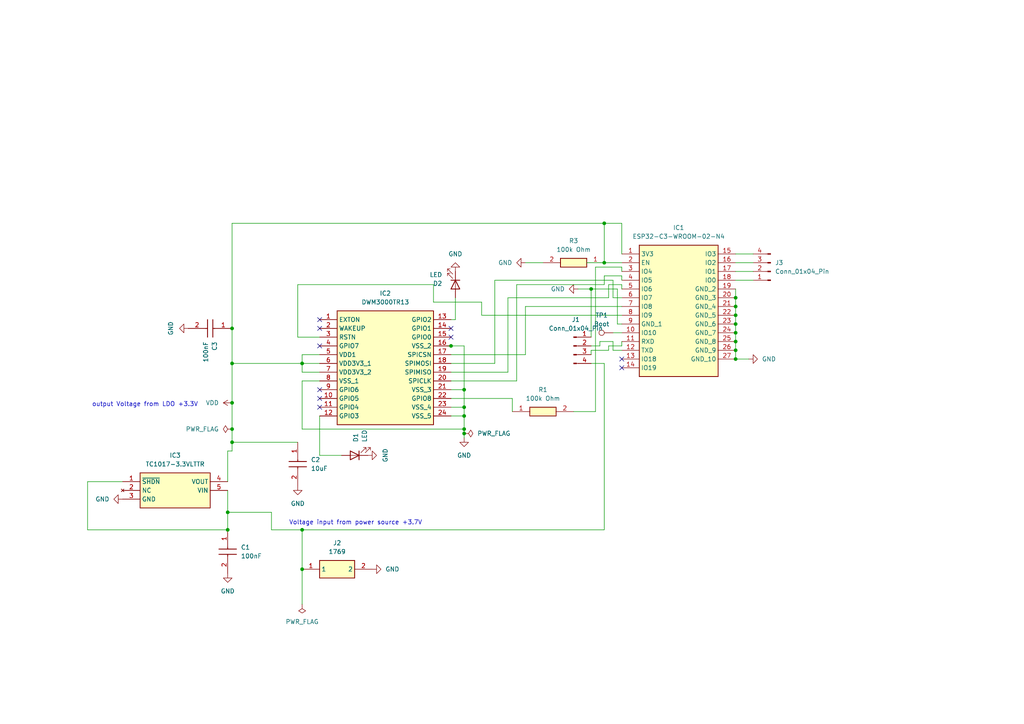
<source format=kicad_sch>
(kicad_sch (version 20230121) (generator eeschema)
  (paper "A4")
  (title_block (title "SDP 8 Schematic") (date "2024-11-7") (rev "v2") (company "UMASS ECE SDP") (comment 1 "Author: SDP TEAM 8"))
  (lib_symbols
    (symbol "1769:1769"
      (property "Reference" "J" (at 16.51 7.62 0))
      (property "Value" "1769" (at 16.51 5.08 0))
      (symbol "1769_1_1"
        (rectangle (start 5.08 2.54) (end 15.24 -2.54) (stroke (width 0.254)) (fill (type background)))
        (pin passive line (at 0 0 0) (length 5.08) (name "1") (number "1"))
        (pin passive line (at 20.32 0 180) (length 5.08) (name "2") (number "2"))
      )
    )
    (symbol "CRGP2010F100K:CRGP2010F100K" (pin_names hide)
      (property "Reference" "R" (at 13.97 6.35 0))
      (property "Value" "CRGP2010F100K" (at 13.97 3.81 0))
      (symbol "CRGP2010F100K_1_1"
        (rectangle (start 5.08 1.27) (end 12.7 -1.27) (stroke (width 0.254)) (fill (type background)))
        (pin passive line (at 0 0 0) (length 5.08) (name "1") (number "1"))
        (pin passive line (at 17.78 0 180) (length 5.08) (name "2") (number "2"))
      )
    )
    (symbol "Connector:Conn_01x04_Pin" (pin_names (offset 1.016) hide)
      (property "Reference" "J" (at 0 5.08 0))
      (property "Value" "Conn_01x04_Pin" (at 0 -7.62 0))
      (symbol "Conn_01x04_Pin_1_1"
        (polyline (pts (xy 1.27 -5.08) (xy 0.8636 -5.08)) (stroke (width 0.1524)))
        (polyline (pts (xy 1.27 -2.54) (xy 0.8636 -2.54)) (stroke (width 0.1524)))
        (polyline (pts (xy 1.27 0) (xy 0.8636 0)) (stroke (width 0.1524)))
        (polyline (pts (xy 1.27 2.54) (xy 0.8636 2.54)) (stroke (width 0.1524)))
        (rectangle (start 0.8636 -4.953) (end 0 -5.207) (stroke (width 0.1524)) (fill (type outline)))
        (rectangle (start 0.8636 -2.413) (end 0 -2.667) (stroke (width 0.1524)) (fill (type outline)))
        (rectangle (start 0.8636 0.127) (end 0 -0.127) (stroke (width 0.1524)) (fill (type outline)))
        (rectangle (start 0.8636 2.667) (end 0 2.413) (stroke (width 0.1524)) (fill (type outline)))
        (pin passive line (at 5.08 2.54 180) (length 3.81) (name "Pin_1") (number "1"))
        (pin passive line (at 5.08 0 180) (length 3.81) (name "Pin_2") (number "2"))
        (pin passive line (at 5.08 -2.54 180) (length 3.81) (name "Pin_3") (number "3"))
        (pin passive line (at 5.08 -5.08 180) (length 3.81) (name "Pin_4") (number "4"))
      )
    )
    (symbol "Connector:TestPoint" (pin_numbers hide) (pin_names (offset 0.762) hide)
      (property "Reference" "TP" (at 0 6.858 0))
      (property "Value" "TestPoint" (at 0 5.08 0))
      (symbol "TestPoint_0_1"
        (circle (center 0 3.302) (radius 0.762))
      )
      (symbol "TestPoint_1_1"
        (pin passive line (at 0 0 90) (length 2.54) (name "1") (number "1"))
      )
    )
    (symbol "DWM3000TR13:DWM3000TR13"
      (property "Reference" "IC" (at 34.29 7.62 0))
      (property "Value" "DWM3000TR13" (at 34.29 5.08 0))
      (symbol "DWM3000TR13_1_1"
        (rectangle (start 5.08 2.54) (end 33.02 -30.48) (stroke (width 0.254)) (fill (type background)))
        (pin passive line (at 0 0 0) (length 5.08) (name "EXTON") (number "1"))
        (pin passive line (at 0 -22.86 0) (length 5.08) (name "GPIO5") (number "10"))
        (pin passive line (at 0 -25.4 0) (length 5.08) (name "GPIO4") (number "11"))
        (pin passive line (at 0 -27.94 0) (length 5.08) (name "GPIO3") (number "12"))
        (pin passive line (at 38.1 0 180) (length 5.08) (name "GPIO2") (number "13"))
        (pin passive line (at 38.1 -2.54 180) (length 5.08) (name "GPIO1") (number "14"))
        (pin passive line (at 38.1 -5.08 180) (length 5.08) (name "GPIO0") (number "15"))
        (pin passive line (at 38.1 -7.62 180) (length 5.08) (name "VSS_2") (number "16"))
        (pin passive line (at 38.1 -10.16 180) (length 5.08) (name "SPICSN") (number "17"))
        (pin passive line (at 38.1 -12.7 180) (length 5.08) (name "SPIMOSI") (number "18"))
        (pin passive line (at 38.1 -15.24 180) (length 5.08) (name "SPIMISO") (number "19"))
        (pin passive line (at 0 -2.54 0) (length 5.08) (name "WAKEUP") (number "2"))
        (pin passive line (at 38.1 -17.78 180) (length 5.08) (name "SPICLK") (number "20"))
        (pin passive line (at 38.1 -20.32 180) (length 5.08) (name "VSS_3") (number "21"))
        (pin passive line (at 38.1 -22.86 180) (length 5.08) (name "GPIO8") (number "22"))
        (pin passive line (at 38.1 -25.4 180) (length 5.08) (name "VSS_4") (number "23"))
        (pin passive line (at 38.1 -27.94 180) (length 5.08) (name "VSS_5") (number "24"))
        (pin passive line (at 0 -5.08 0) (length 5.08) (name "RSTN") (number "3"))
        (pin passive line (at 0 -7.62 0) (length 5.08) (name "GPIO7") (number "4"))
        (pin passive line (at 0 -10.16 0) (length 5.08) (name "VDD1") (number "5"))
        (pin passive line (at 0 -12.7 0) (length 5.08) (name "VDD3V3_1") (number "6"))
        (pin passive line (at 0 -15.24 0) (length 5.08) (name "VDD3V3_2") (number "7"))
        (pin passive line (at 0 -17.78 0) (length 5.08) (name "VSS_1") (number "8"))
        (pin passive line (at 0 -20.32 0) (length 5.08) (name "GPIO6") (number "9"))
      )
    )
    (symbol "Device:LED" (pin_numbers hide) (pin_names (offset 1.016) hide)
      (property "Reference" "D" (at 0 2.54 0))
      (property "Value" "LED" (at 0 -2.54 0))
      (symbol "LED_0_1"
        (polyline (pts (xy -1.27 -1.27) (xy -1.27 1.27)) (stroke (width 0.254)))
        (polyline (pts (xy -1.27 0) (xy 1.27 0)))
        (polyline (pts (xy 1.27 -1.27) (xy 1.27 1.27) (xy -1.27 0) (xy 1.27 -1.27)) (stroke (width 0.254)))
        (polyline (pts (xy -3.048 -0.762) (xy -4.572 -2.286) (xy -3.81 -2.286) (xy -4.572 -2.286) (xy -4.572 -1.524)))
        (polyline (pts (xy -1.778 -0.762) (xy -3.302 -2.286) (xy -2.54 -2.286) (xy -3.302 -2.286) (xy -3.302 -1.524)))
      )
      (symbol "LED_1_1"
        (pin passive line (at -3.81 0 0) (length 2.54) (name "K") (number "1"))
        (pin passive line (at 3.81 0 180) (length 2.54) (name "A") (number "2"))
      )
    )
    (symbol "ESP32-C3-WROOM-02-N4:ESP32-C3-WROOM-02-N4"
      (property "Reference" "IC" (at 29.21 7.62 0))
      (property "Value" "ESP32-C3-WROOM-02-N4" (at 29.21 5.08 0))
      (symbol "ESP32-C3-WROOM-02-N4_1_1"
        (rectangle (start 5.08 2.54) (end 27.94 -35.56) (stroke (width 0.254)) (fill (type background)))
        (pin passive line (at 0 0 0) (length 5.08) (name "3V3") (number "1"))
        (pin passive line (at 0 -22.86 0) (length 5.08) (name "IO10") (number "10"))
        (pin passive line (at 0 -25.4 0) (length 5.08) (name "RXD") (number "11"))
        (pin passive line (at 0 -27.94 0) (length 5.08) (name "TXD") (number "12"))
        (pin passive line (at 0 -30.48 0) (length 5.08) (name "IO18") (number "13"))
        (pin passive line (at 0 -33.02 0) (length 5.08) (name "IO19") (number "14"))
        (pin passive line (at 33.02 0 180) (length 5.08) (name "IO3") (number "15"))
        (pin passive line (at 33.02 -2.54 180) (length 5.08) (name "IO2") (number "16"))
        (pin passive line (at 33.02 -5.08 180) (length 5.08) (name "IO1") (number "17"))
        (pin passive line (at 33.02 -7.62 180) (length 5.08) (name "IO0") (number "18"))
        (pin passive line (at 33.02 -10.16 180) (length 5.08) (name "GND_2") (number "19"))
        (pin passive line (at 0 -2.54 0) (length 5.08) (name "EN") (number "2"))
        (pin passive line (at 33.02 -12.7 180) (length 5.08) (name "GND_3") (number "20"))
        (pin passive line (at 33.02 -15.24 180) (length 5.08) (name "GND_4") (number "21"))
        (pin passive line (at 33.02 -17.78 180) (length 5.08) (name "GND_5") (number "22"))
        (pin passive line (at 33.02 -20.32 180) (length 5.08) (name "GND_6") (number "23"))
        (pin passive line (at 33.02 -22.86 180) (length 5.08) (name "GND_7") (number "24"))
        (pin passive line (at 33.02 -25.4 180) (length 5.08) (name "GND_8") (number "25"))
        (pin passive line (at 33.02 -27.94 180) (length 5.08) (name "GND_9") (number "26"))
        (pin passive line (at 33.02 -30.48 180) (length 5.08) (name "GND_10") (number "27"))
        (pin passive line (at 0 -5.08 0) (length 5.08) (name "IO4") (number "3"))
        (pin passive line (at 0 -7.62 0) (length 5.08) (name "IO5") (number "4"))
        (pin passive line (at 0 -10.16 0) (length 5.08) (name "IO6") (number "5"))
        (pin passive line (at 0 -12.7 0) (length 5.08) (name "IO7") (number "6"))
        (pin passive line (at 0 -15.24 0) (length 5.08) (name "IO8") (number "7"))
        (pin passive line (at 0 -17.78 0) (length 5.08) (name "IO9") (number "8"))
        (pin passive line (at 0 -20.32 0) (length 5.08) (name "GND_1") (number "9"))
      )
    )
    (symbol "GCM21BD70J106KE02L:GCM21BD70J106KE02L" (pin_names hide)
      (property "Reference" "C" (at 8.89 6.35 0))
      (property "Value" "GCM21BD70J106KE02L" (at 8.89 3.81 0))
      (symbol "GCM21BD70J106KE02L_1_1"
        (polyline (pts (xy 5.08 0) (xy 5.588 0)) (stroke (width 0.254)))
        (polyline (pts (xy 5.588 2.54) (xy 5.588 -2.54)) (stroke (width 0.254)))
        (polyline (pts (xy 7.112 0) (xy 7.62 0)) (stroke (width 0.254)))
        (polyline (pts (xy 7.112 2.54) (xy 7.112 -2.54)) (stroke (width 0.254)))
        (pin passive line (at 0 0 0) (length 5.08) (name "1") (number "1"))
        (pin passive line (at 12.7 0 180) (length 5.08) (name "2") (number "2"))
      )
    )
    (symbol "KAM21BR71H104JT:KAM21BR71H104JT" (pin_names hide)
      (property "Reference" "C" (at 8.89 6.35 0))
      (property "Value" "KAM21BR71H104JT" (at 8.89 3.81 0))
      (symbol "KAM21BR71H104JT_1_1"
        (polyline (pts (xy 5.08 0) (xy 5.588 0)) (stroke (width 0.254)))
        (polyline (pts (xy 5.588 2.54) (xy 5.588 -2.54)) (stroke (width 0.254)))
        (polyline (pts (xy 7.112 0) (xy 7.62 0)) (stroke (width 0.254)))
        (polyline (pts (xy 7.112 2.54) (xy 7.112 -2.54)) (stroke (width 0.254)))
        (pin passive line (at 0 0 0) (length 5.08) (name "1") (number "1"))
        (pin passive line (at 12.7 0 180) (length 5.08) (name "2") (number "2"))
      )
    )
    (symbol "TC1017-3_3VLTTR:TC1017-3.3VLTTR"
      (property "Reference" "IC" (at 26.67 7.62 0))
      (property "Value" "TC1017-3.3VLTTR" (at 26.67 5.08 0))
      (symbol "TC1017-3.3VLTTR_1_1"
        (rectangle (start 5.08 2.54) (end 25.4 -7.62) (stroke (width 0.254)) (fill (type background)))
        (pin passive line (at 0 0 0) (length 5.08) (name "~{SHDN}") (number "1"))
        (pin no_connect line (at 0 -2.54 0) (length 5.08) (name "NC") (number "2"))
        (pin passive line (at 0 -5.08 0) (length 5.08) (name "GND") (number "3"))
        (pin passive line (at 30.48 0 180) (length 5.08) (name "VOUT") (number "4"))
        (pin passive line (at 30.48 -2.54 180) (length 5.08) (name "VIN") (number "5"))
      )
    )
    (symbol "power:GND" (power) (pin_names (offset 0))
      (property "Value" "GND" (at 0 -3.81 0))
      (symbol "GND_0_1"
        (polyline (pts (xy 0 0) (xy 0 -1.27) (xy 1.27 -1.27) (xy 0 -2.54) (xy -1.27 -1.27) (xy 0 -1.27)))
      )
      (symbol "GND_1_1"
        (pin power_in line (at 0 0 270) (length 0) hide (name "GND") (number "1"))
      )
    )
    (symbol "power:PWR_FLAG" (power) (pin_numbers hide) (pin_names (offset 0) hide)
      (property "Value" "PWR_FLAG" (at 0 3.81 0))
      (symbol "PWR_FLAG_0_0"
        (pin power_out line (at 0 0 90) (length 0) (name "pwr") (number "1"))
      )
      (symbol "PWR_FLAG_0_1"
        (polyline (pts (xy 0 0) (xy 0 1.27) (xy -1.016 1.905) (xy 0 2.54) (xy 1.016 1.905) (xy 0 1.27)))
      )
    )
    (symbol "power:VDD" (power) (pin_names (offset 0))
      (property "Value" "VDD" (at 0 3.81 0))
      (symbol "VDD_0_1"
        (polyline (pts (xy -0.762 1.27) (xy 0 2.54)))
        (polyline (pts (xy 0 0) (xy 0 2.54)))
        (polyline (pts (xy 0 2.54) (xy 0.762 1.27)))
      )
      (symbol "VDD_1_1"
        (pin power_in line (at 0 0 90) (length 0) hide (name "VDD") (number "1"))
      )
    )
  )
  (junction (at 67.31 116.84))
  (junction (at 67.31 124.46))
  (junction (at 175.26 76.2))
  (junction (at 134.62 118.11))
  (junction (at 87.63 105.41))
  (junction (at 213.36 96.52))
  (junction (at 175.26 64.77))
  (junction (at 134.62 125.73))
  (junction (at 134.62 124.46))
  (junction (at 213.36 86.36))
  (junction (at 67.31 128.27))
  (junction (at 213.36 101.6))
  (junction (at 67.31 105.41))
  (junction (at 134.62 120.65))
  (junction (at 130.81 100.33))
  (junction (at 213.36 88.9))
  (junction (at 87.63 153.67))
  (junction (at 213.36 93.98))
  (junction (at 171.45 83.82))
  (junction (at 87.63 165.1))
  (junction (at 134.62 113.03))
  (junction (at 213.36 104.14))
  (junction (at 66.04 153.67))
  (junction (at 213.36 99.06))
  (junction (at 66.04 148.59))
  (junction (at 213.36 91.44))
  (junction (at 67.31 95.25))
  (no_connect (at 92.71 95.25))
  (no_connect (at 130.81 95.25))
  (no_connect (at 92.71 100.33))
  (no_connect (at 180.34 104.14))
  (no_connect (at 92.71 115.57))
  (no_connect (at 92.71 92.71))
  (no_connect (at 92.71 118.11))
  (no_connect (at 130.81 97.79))
  (no_connect (at 180.34 106.68))
  (no_connect (at 92.71 113.03))
  (wire (pts (xy 130.81 113.03) (xy 134.62 113.03)))
  (wire (pts (xy 167.64 83.82) (xy 171.45 83.82)))
  (wire (pts (xy 171.45 105.41) (xy 175.26 105.41)))
  (wire (pts (xy 87.63 165.1) (xy 87.63 153.67)))
  (wire (pts (xy 87.63 110.49) (xy 87.63 124.46)))
  (wire (pts (xy 125.73 82.55) (xy 86.36 82.55)))
  (wire (pts (xy 67.31 124.46) (xy 67.31 116.84)))
  (wire (pts (xy 25.4 153.67) (xy 66.04 153.67)))
  (wire (pts (xy 92.71 120.65) (xy 92.71 132.08)))
  (wire (pts (xy 175.26 80.01) (xy 180.34 80.01)))
  (wire (pts (xy 139.7 87.63) (xy 139.7 91.44)))
  (wire (pts (xy 166.37 119.38) (xy 172.72 119.38)))
  (wire (pts (xy 134.62 120.65) (xy 134.62 124.46)))
  (wire (pts (xy 180.34 77.47) (xy 180.34 78.74)))
  (wire (pts (xy 87.63 105.41) (xy 92.71 105.41)))
  (wire (pts (xy 152.4 88.9) (xy 180.34 88.9)))
  (wire (pts (xy 177.8 86.36) (xy 180.34 86.36)))
  (wire (pts (xy 66.04 148.59) (xy 66.04 142.24)))
  (wire (pts (xy 67.31 105.41) (xy 67.31 95.25)))
  (wire (pts (xy 25.4 139.7) (xy 25.4 153.67)))
  (wire (pts (xy 213.36 96.52) (xy 213.36 99.06)))
  (wire (pts (xy 66.04 139.7) (xy 66.04 130.81)))
  (wire (pts (xy 130.81 120.65) (xy 134.62 120.65)))
  (wire (pts (xy 176.53 82.55) (xy 180.34 82.55)))
  (wire (pts (xy 134.62 100.33) (xy 134.62 113.03)))
  (wire (pts (xy 134.62 125.73) (xy 134.62 127)))
  (wire (pts (xy 175.26 76.2) (xy 180.34 76.2)))
  (wire (pts (xy 177.8 101.6) (xy 180.34 101.6)))
  (wire (pts (xy 173.99 99.06) (xy 177.8 99.06)))
  (wire (pts (xy 92.71 132.08) (xy 99.06 132.08)))
  (wire (pts (xy 213.36 104.14) (xy 217.17 104.14)))
  (wire (pts (xy 134.62 118.11) (xy 134.62 120.65)))
  (wire (pts (xy 213.36 101.6) (xy 213.36 104.14)))
  (wire (pts (xy 148.59 115.57) (xy 148.59 119.38)))
  (wire (pts (xy 87.63 165.1) (xy 87.63 175.26)))
  (wire (pts (xy 176.53 101.6) (xy 176.53 100.33)))
  (wire (pts (xy 213.36 73.66) (xy 218.44 73.66)))
  (wire (pts (xy 175.26 64.77) (xy 175.26 76.2)))
  (wire (pts (xy 86.36 97.79) (xy 92.71 97.79)))
  (wire (pts (xy 177.8 99.06) (xy 177.8 101.6)))
  (wire (pts (xy 132.08 92.71) (xy 132.08 86.36)))
  (wire (pts (xy 177.8 96.52) (xy 180.34 96.52)))
  (wire (pts (xy 213.36 81.28) (xy 218.44 81.28)))
  (wire (pts (xy 213.36 93.98) (xy 213.36 96.52)))
  (wire (pts (xy 180.34 80.01) (xy 180.34 81.28)))
  (wire (pts (xy 171.45 83.82) (xy 171.45 97.79)))
  (wire (pts (xy 87.63 124.46) (xy 134.62 124.46)))
  (wire (pts (xy 67.31 128.27) (xy 86.36 128.27)))
  (wire (pts (xy 130.81 92.71) (xy 132.08 92.71)))
  (wire (pts (xy 175.26 153.67) (xy 87.63 153.67)))
  (wire (pts (xy 176.53 100.33) (xy 180.34 100.33)))
  (wire (pts (xy 87.63 153.67) (xy 78.74 153.67)))
  (wire (pts (xy 67.31 130.81) (xy 67.31 128.27)))
  (wire (pts (xy 92.71 102.87) (xy 87.63 102.87)))
  (wire (pts (xy 143.51 105.41) (xy 143.51 81.28)))
  (wire (pts (xy 149.86 82.55) (xy 149.86 110.49)))
  (wire (pts (xy 143.51 81.28) (xy 177.8 81.28)))
  (wire (pts (xy 130.81 102.87) (xy 152.4 102.87)))
  (wire (pts (xy 213.36 99.06) (xy 213.36 101.6)))
  (wire (pts (xy 175.26 76.2) (xy 170.18 76.2)))
  (wire (pts (xy 213.36 76.2) (xy 218.44 76.2)))
  (wire (pts (xy 130.81 118.11) (xy 134.62 118.11)))
  (wire (pts (xy 213.36 86.36) (xy 213.36 88.9)))
  (wire (pts (xy 213.36 91.44) (xy 213.36 93.98)))
  (wire (pts (xy 66.04 153.67) (xy 66.04 148.59)))
  (wire (pts (xy 175.26 105.41) (xy 175.26 153.67)))
  (wire (pts (xy 125.73 87.63) (xy 125.73 82.55)))
  (wire (pts (xy 87.63 110.49) (xy 92.71 110.49)))
  (wire (pts (xy 175.26 82.55) (xy 175.26 80.01)))
  (wire (pts (xy 176.53 86.36) (xy 176.53 82.55)))
  (wire (pts (xy 171.45 83.82) (xy 179.07 83.82)))
  (wire (pts (xy 175.26 64.77) (xy 180.34 64.77)))
  (wire (pts (xy 66.04 130.81) (xy 67.31 130.81)))
  (wire (pts (xy 67.31 116.84) (xy 67.31 105.41)))
  (wire (pts (xy 67.31 64.77) (xy 175.26 64.77)))
  (wire (pts (xy 172.72 77.47) (xy 180.34 77.47)))
  (wire (pts (xy 130.81 105.41) (xy 143.51 105.41)))
  (wire (pts (xy 152.4 76.2) (xy 157.48 76.2)))
  (wire (pts (xy 149.86 82.55) (xy 175.26 82.55)))
  (wire (pts (xy 179.07 93.98) (xy 180.34 93.98)))
  (wire (pts (xy 171.45 101.6) (xy 171.45 102.87)))
  (wire (pts (xy 86.36 82.55) (xy 86.36 97.79)))
  (wire (pts (xy 130.81 110.49) (xy 149.86 110.49)))
  (wire (pts (xy 213.36 78.74) (xy 218.44 78.74)))
  (wire (pts (xy 130.81 100.33) (xy 134.62 100.33)))
  (wire (pts (xy 147.32 86.36) (xy 176.53 86.36)))
  (wire (pts (xy 179.07 83.82) (xy 179.07 93.98)))
  (wire (pts (xy 180.34 82.55) (xy 180.34 83.82)))
  (wire (pts (xy 125.73 87.63) (xy 139.7 87.63)))
  (wire (pts (xy 134.62 124.46) (xy 134.62 125.73)))
  (wire (pts (xy 147.32 107.95) (xy 147.32 86.36)))
  (wire (pts (xy 92.71 107.95) (xy 87.63 107.95)))
  (wire (pts (xy 171.45 101.6) (xy 176.53 101.6)))
  (wire (pts (xy 87.63 107.95) (xy 87.63 105.41)))
  (wire (pts (xy 177.8 81.28) (xy 177.8 86.36)))
  (wire (pts (xy 180.34 64.77) (xy 180.34 73.66)))
  (wire (pts (xy 129.54 100.33) (xy 130.81 100.33)))
  (wire (pts (xy 67.31 105.41) (xy 87.63 105.41)))
  (wire (pts (xy 213.36 83.82) (xy 213.36 86.36)))
  (wire (pts (xy 87.63 102.87) (xy 87.63 105.41)))
  (wire (pts (xy 152.4 102.87) (xy 152.4 88.9)))
  (wire (pts (xy 172.72 77.47) (xy 172.72 119.38)))
  (wire (pts (xy 173.99 100.33) (xy 171.45 100.33)))
  (wire (pts (xy 67.31 128.27) (xy 67.31 124.46)))
  (wire (pts (xy 130.81 107.95) (xy 147.32 107.95)))
  (wire (pts (xy 67.31 95.25) (xy 67.31 64.77)))
  (wire (pts (xy 134.62 113.03) (xy 134.62 118.11)))
  (wire (pts (xy 130.81 115.57) (xy 148.59 115.57)))
  (wire (pts (xy 139.7 91.44) (xy 180.34 91.44)))
  (wire (pts (xy 180.34 99.06) (xy 180.34 100.33)))
  (wire (pts (xy 213.36 88.9) (xy 213.36 91.44)))
  (wire (pts (xy 173.99 99.06) (xy 173.99 100.33)))
  (wire (pts (xy 78.74 153.67) (xy 78.74 148.59)))
  (wire (pts (xy 66.04 148.59) (xy 78.74 148.59)))
  (wire (pts (xy 35.56 139.7) (xy 25.4 139.7)))
  (text "output Voltage from LDO +3.3V\n" (at 26.67 118.11 0) (effects (font (size 1.27 1.27)) (justify left bottom)))
  (text "Voltage input from power source +3.7V" (at 83.82 152.4 0) (effects (font (size 1.27 1.27)) (justify left bottom)))
  (symbol (lib_id "power:PWR_FLAG") (at 134.62 125.73 270) (unit 1)
    (property "Reference" "#FLG01" (effects hide))
    (property "Value" "PWR_FLAG" (at 138.43 125.73 90) (effects (justify left)))
  )
  (symbol (lib_id "GCM21BD70J106KE02L:GCM21BD70J106KE02L") (at 86.36 128.27 270) (unit 1)
    (property "Reference" "C2" (at 90.17 133.35 90) (effects (justify left)))
    (property "Value" "10uF" (at 90.17 135.89 90) (effects (justify left)))
    (property "Footprint" "10uF_footprint:CAPC2012X140N" (effects hide))
    (property "Datasheet" "https://search.murata.co.jp/Ceramy/image/img/A01X/G101/ENG/GCM21BD70J106KE02-02A.pdf" (effects hide))
    (property "Height" "1.4" (effects hide))
    (property "Mouser Part Number" "81-GCM21BD70J106KE2L" (effects hide))
    (property "Mouser Price/Stock" "https://www.mouser.co.uk/ProductDetail/Murata-Electronics/GCM21BD70J106KE02L?qs=ufv2HEpFn%252BQzwgDiqNzRPg%3D%3D" (effects hide))
    (property "Manufacturer_Name" "Murata Electronics" (effects hide))
    (property "Manufacturer_Part_Number" "GCM21BD70J106KE02L" (effects hide))
  )
  (symbol (lib_id "power:GND") (at 132.08 78.74 180) (unit 1)
    (property "Reference" "#PWR010" (effects hide))
    (property "Value" "GND" (at 132.08 73.66 0))
  )
  (symbol (lib_id "DWM3000TR13:DWM3000TR13") (at 92.71 92.71 0) (unit 1)
    (property "Reference" "IC2" (at 111.76 85.09 0))
    (property "Value" "DWM3000TR13" (at 111.76 87.63 0))
    (property "Footprint" "dwm3000_footprint:XCVR_DWM3000TR13" (effects hide))
    (property "Datasheet" "https://www.qorvo.com/products/d/da008334" (effects hide))
    (property "Height" "2.89" (effects hide))
    (property "Mouser Part Number" "772-DWM3000TR13" (effects hide))
    (property "Mouser Price/Stock" "https://www.mouser.co.uk/ProductDetail/Qorvo/DWM3000TR13?qs=hWgE7mdIu5QrWWDEt6OFQw%3D%3D" (effects hide))
    (property "Manufacturer_Name" "Qorvo" (effects hide))
    (property "Manufacturer_Part_Number" "DWM3000TR13" (effects hide))
  )
  (symbol (lib_id "CRGP2010F100K:CRGP2010F100K") (at 148.59 119.38 0) (unit 1)
    (property "Reference" "R1" (at 157.48 113.03 0))
    (property "Value" "100k Ohm" (at 157.48 115.57 0))
    (property "Footprint" "100kOhm_footprint:RESC5025X65N" (effects hide))
    (property "Datasheet" "https://www.te.com/commerce/DocumentDelivery/DDEController?Action=srchrtrv&DocNm=9-1773463-9&DocType=Data%20Sheet&DocLang=English&PartCntxt=4-2176330-9&DocFormat=pdf" (effects hide))
    (property "Height" "0.65" (effects hide))
    (property "Mouser Part Number" "279-CRGP2010F100K" (effects hide))
    (property "Mouser Price/Stock" "https://www.mouser.co.uk/ProductDetail/TE-Connectivity-Holsworthy/CRGP2010F100K?qs=wUXugUrL1qzUa6JhijegIg%3D%3D" (effects hide))
    (property "Manufacturer_Name" "TE Connectivity" (effects hide))
    (property "Manufacturer_Part_Number" "CRGP2010F100K" (effects hide))
  )
  (symbol (lib_id "power:PWR_FLAG") (at 87.63 175.26 180) (unit 1)
    (property "Reference" "#FLG04" (effects hide))
    (property "Value" "PWR_FLAG" (at 87.63 180.34 0))
  )
  (symbol (lib_id "power:GND") (at 106.68 132.08 90) (unit 1)
    (property "Reference" "#PWR02" (effects hide))
    (property "Value" "GND" (at 111.76 132.08 0))
  )
  (symbol (lib_id "power:GND") (at 134.62 127 0) (unit 1)
    (property "Reference" "#PWR014" (effects hide))
    (property "Value" "GND" (at 134.62 132.08 0))
  )
  (symbol (lib_id "power:VDD") (at 67.31 116.84 90) (unit 1)
    (property "Reference" "#PWR03" (effects hide))
    (property "Value" "VDD" (at 63.5 116.84 90) (effects (justify left)))
  )
  (symbol (lib_id "KAM21BR71H104JT:KAM21BR71H104JT") (at 67.31 95.25 180) (unit 1)
    (property "Reference" "C3" (at 62.23 99.06 90) (effects (justify left)))
    (property "Value" "100nF" (at 59.69 99.06 90) (effects (justify left)))
    (property "Footprint" "100nF_footprint:CAPC2012X94N" (effects hide))
    (property "Datasheet" "https://spicat.kyocera-avx.com/product/mlcc/chartview/KAM21BR71H104JT/DataSheet/X7R" (effects hide))
    (property "Height" "0.94" (effects hide))
    (property "Mouser Part Number" "581-KAM21BR71H104JT" (effects hide))
    (property "Mouser Price/Stock" "https://www.mouser.co.uk/ProductDetail/KYOCERA-AVX/KAM21BR71H104JT?qs=Jm2GQyTW%2Fbic6Zk4McEt6w%3D%3D" (effects hide))
    (property "Manufacturer_Name" "Kyocera AVX" (effects hide))
    (property "Manufacturer_Part_Number" "KAM21BR71H104JT" (effects hide))
  )
  (symbol (lib_id "KAM21BR71H104JT:KAM21BR71H104JT") (at 66.04 153.67 270) (unit 1)
    (property "Reference" "C1" (at 69.85 158.75 90) (effects (justify left)))
    (property "Value" "100nF" (at 69.85 161.29 90) (effects (justify left)))
    (property "Footprint" "100nF_footprint:CAPC2012X94N" (effects hide))
    (property "Datasheet" "https://spicat.kyocera-avx.com/product/mlcc/chartview/KAM21BR71H104JT/DataSheet/X7R" (effects hide))
    (property "Height" "0.94" (effects hide))
    (property "Mouser Part Number" "581-KAM21BR71H104JT" (effects hide))
    (property "Mouser Price/Stock" "https://www.mouser.co.uk/ProductDetail/KYOCERA-AVX/KAM21BR71H104JT?qs=Jm2GQyTW%2Fbic6Zk4McEt6w%3D%3D" (effects hide))
    (property "Manufacturer_Name" "Kyocera AVX" (effects hide))
    (property "Manufacturer_Part_Number" "KAM21BR71H104JT" (effects hide))
  )
  (symbol (lib_id "ESP32-C3-WROOM-02-N4:ESP32-C3-WROOM-02-N4") (at 180.34 73.66 0) (unit 1)
    (property "Reference" "IC1" (at 196.85 66.04 0))
    (property "Value" "ESP32-C3-WROOM-02-N4" (at 196.85 68.58 0))
    (property "Footprint" "esp_32_c3_footprint:ESP32C3WROOM02N4" (effects hide))
    (property "Datasheet" "https://www.mouser.ch/datasheet/2/891/Espressif_ESP32_C3_WROOM_02-2006871.pdf" (effects hide))
    (property "Height" "3.35" (effects hide))
    (property "Mouser Part Number" "356-ESP32C3WROOM02N4" (effects hide))
    (property "Mouser Price/Stock" "https://www.mouser.co.uk/ProductDetail/Espressif-Systems/ESP32-C3-WROOM-02-N4?qs=stqOd1AaK7%2FqjTZKEOgfUg%3D%3D" (effects hide))
    (property "Manufacturer_Name" "Espressif Systems" (effects hide))
    (property "Manufacturer_Part_Number" "ESP32-C3-WROOM-02-N4" (effects hide))
  )
  (symbol (lib_id "power:GND") (at 107.95 165.1 90) (unit 1)
    (property "Reference" "#PWR06" (effects hide))
    (property "Value" "GND" (at 111.76 165.1 90) (effects (justify right)))
  )
  (symbol (lib_id "1769:1769") (at 87.63 165.1 0) (unit 1)
    (property "Reference" "J2" (at 97.79 157.48 0))
    (property "Value" "1769" (at 97.79 160.02 0))
    (property "Footprint" "lipo_charger_footprint:1769" (effects hide))
    (property "Datasheet" "https://cdn-shop.adafruit.com/datasheets/17311.pdf" (effects hide))
    (property "Mouser Part Number" "485-1769" (effects hide))
    (property "Mouser Price/Stock" "https://www.mouser.co.uk/ProductDetail/Adafruit/1769?qs=GURawfaeGuBbgoGtf2XstA%3D%3D" (effects hide))
    (property "Manufacturer_Name" "Adafruit" (effects hide))
    (property "Manufacturer_Part_Number" "1769" (effects hide))
  )
  (symbol (lib_id "Connector:TestPoint") (at 177.8 96.52 90) (unit 1)
    (property "Reference" "TP1" (at 174.498 91.44 90))
    (property "Value" "Boot" (at 174.498 93.98 90))
    (property "Footprint" "Connector_PinSocket_2.54mm:PinSocket_1x01_P2.54mm_Vertical" (effects hide))
  )
  (symbol (lib_id "power:GND") (at 152.4 76.2 270) (unit 1)
    (property "Reference" "#PWR07" (effects hide))
    (property "Value" "GND" (at 148.59 76.2 90) (effects (justify right)))
  )
  (symbol (lib_id "power:GND") (at 86.36 140.97 0) (unit 1)
    (property "Reference" "#PWR05" (effects hide))
    (property "Value" "GND" (at 86.36 146.05 0))
  )
  (symbol (lib_id "Device:LED") (at 102.87 132.08 180) (unit 1)
    (property "Reference" "D1" (at 103.1875 128.27 90) (effects (justify right)))
    (property "Value" "LED" (at 105.7275 128.27 90) (effects (justify right)))
    (property "Footprint" "led_footprint:QED123A4R0" (effects hide))
  )
  (symbol (lib_id "power:GND") (at 66.04 166.37 0) (unit 1)
    (property "Reference" "#PWR04" (effects hide))
    (property "Value" "GND" (at 66.04 171.45 0))
  )
  (symbol (lib_id "power:GND") (at 217.17 104.14 90) (unit 1)
    (property "Reference" "#PWR08" (effects hide))
    (property "Value" "GND" (at 220.98 104.14 90) (effects (justify right)))
  )
  (symbol (lib_id "Device:LED") (at 132.08 82.55 270) (unit 1)
    (property "Reference" "D2" (at 128.27 82.2325 90) (effects (justify right)))
    (property "Value" "LED" (at 128.27 79.6925 90) (effects (justify right)))
    (property "Footprint" "led_footprint:QED123A4R0" (effects hide))
  )
  (symbol (lib_id "CRGP2010F100K:CRGP2010F100K") (at 175.26 76.2 180) (unit 1)
    (property "Reference" "R3" (at 166.37 69.85 0))
    (property "Value" "100k Ohm" (at 166.37 72.39 0))
    (property "Footprint" "100kOhm_footprint:RESC5025X65N" (effects hide))
    (property "Datasheet" "https://www.te.com/commerce/DocumentDelivery/DDEController?Action=srchrtrv&DocNm=9-1773463-9&DocType=Data%20Sheet&DocLang=English&PartCntxt=4-2176330-9&DocFormat=pdf" (effects hide))
    (property "Height" "0.65" (effects hide))
    (property "Mouser Part Number" "279-CRGP2010F100K" (effects hide))
    (property "Mouser Price/Stock" "https://www.mouser.co.uk/ProductDetail/TE-Connectivity-Holsworthy/CRGP2010F100K?qs=wUXugUrL1qzUa6JhijegIg%3D%3D" (effects hide))
    (property "Manufacturer_Name" "TE Connectivity" (effects hide))
    (property "Manufacturer_Part_Number" "CRGP2010F100K" (effects hide))
  )
  (symbol (lib_id "power:GND") (at 54.61 95.25 270) (unit 1)
    (property "Reference" "#PWR01" (effects hide))
    (property "Value" "GND" (at 49.53 95.25 0))
  )
  (symbol (lib_id "power:GND") (at 167.64 83.82 270) (unit 1)
    (property "Reference" "#PWR09" (effects hide))
    (property "Value" "GND" (at 163.83 83.82 90) (effects (justify right)))
  )
  (symbol (lib_id "Connector:Conn_01x04_Pin") (at 166.37 100.33 0) (unit 1)
    (property "Reference" "J1" (at 167.005 92.71 0))
    (property "Value" "Conn_01x04_Pin" (at 167.005 95.25 0))
    (property "Footprint" "Connector_PinSocket_2.54mm:PinSocket_1x04_P2.54mm_Vertical" (effects hide))
  )
  (symbol (lib_id "TC1017-3_3VLTTR:TC1017-3.3VLTTR") (at 35.56 139.7 0) (unit 1)
    (property "Reference" "IC3" (at 50.8 132.08 0))
    (property "Value" "TC1017-3.3VLTTR" (at 50.8 134.62 0))
    (property "Footprint" "footprint:SOT65P210X110-5N" (effects hide))
    (property "Datasheet" "https://componentsearchengine.com/Datasheets/2/TC1017-3.3VLTTR.pdf" (effects hide))
    (property "Height" "1.1" (effects hide))
    (property "Mouser Part Number" "579-TC1017-3.3VLTTR" (effects hide))
    (property "Mouser Price/Stock" "https://www.mouser.co.uk/ProductDetail/Microchip-Technology/TC1017-3.3VLTTR?qs=rh436G1KrYwDLpcrwwJPXg%3D%3D" (effects hide))
    (property "Manufacturer_Name" "Microchip" (effects hide))
    (property "Manufacturer_Part_Number" "TC1017-3.3VLTTR" (effects hide))
  )
  (symbol (lib_id "power:GND") (at 35.56 144.78 270) (unit 1)
    (property "Reference" "#PWR013" (effects hide))
    (property "Value" "GND" (at 31.75 144.78 90) (effects (justify right)))
  )
  (symbol (lib_id "power:PWR_FLAG") (at 67.31 124.46 90) (unit 1)
    (property "Reference" "#FLG02" (effects hide))
    (property "Value" "PWR_FLAG" (at 63.5 124.46 90) (effects (justify left)))
  )
  (symbol (lib_id "Connector:Conn_01x04_Pin") (at 223.52 78.74 180) (unit 1)
    (property "Reference" "J3" (at 224.79 76.2 0) (effects (justify right)))
    (property "Value" "Conn_01x04_Pin" (at 224.79 78.74 0) (effects (justify right)))
    (property "Footprint" "Connector_PinSocket_2.54mm:PinSocket_1x04_P2.54mm_Vertical" (effects hide))
  )
)
</source>
